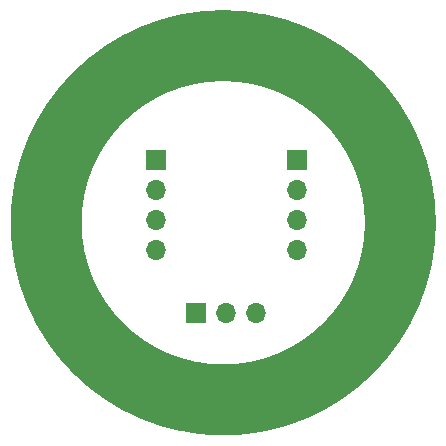
<source format=gbr>
%TF.GenerationSoftware,KiCad,Pcbnew,7.0.8*%
%TF.CreationDate,2024-09-29T17:06:50-05:00*%
%TF.ProjectId,CapacitiveLedFadeTiny,43617061-6369-4746-9976-654c65644661,rev?*%
%TF.SameCoordinates,Original*%
%TF.FileFunction,Soldermask,Bot*%
%TF.FilePolarity,Negative*%
%FSLAX46Y46*%
G04 Gerber Fmt 4.6, Leading zero omitted, Abs format (unit mm)*
G04 Created by KiCad (PCBNEW 7.0.8) date 2024-09-29 17:06:50*
%MOMM*%
%LPD*%
G01*
G04 APERTURE LIST*
%ADD10C,6.000000*%
%ADD11R,1.700000X1.700000*%
%ADD12O,1.700000X1.700000*%
G04 APERTURE END LIST*
D10*
%TO.C,J4*%
X144032000Y-96520000D02*
G75*
G03*
X144032000Y-96520000I-15000000J0D01*
G01*
%TD*%
D11*
%TO.C,J3*%
X126746000Y-104140000D03*
D12*
X129286000Y-104140000D03*
X131826000Y-104140000D03*
%TD*%
D11*
%TO.C,J *%
X135255000Y-91186000D03*
D12*
X135255000Y-93726000D03*
X135255000Y-96266000D03*
X135255000Y-98806000D03*
%TD*%
D11*
%TO.C,J *%
X123317000Y-91186000D03*
D12*
X123317000Y-93726000D03*
X123317000Y-96266000D03*
X123317000Y-98806000D03*
%TD*%
M02*

</source>
